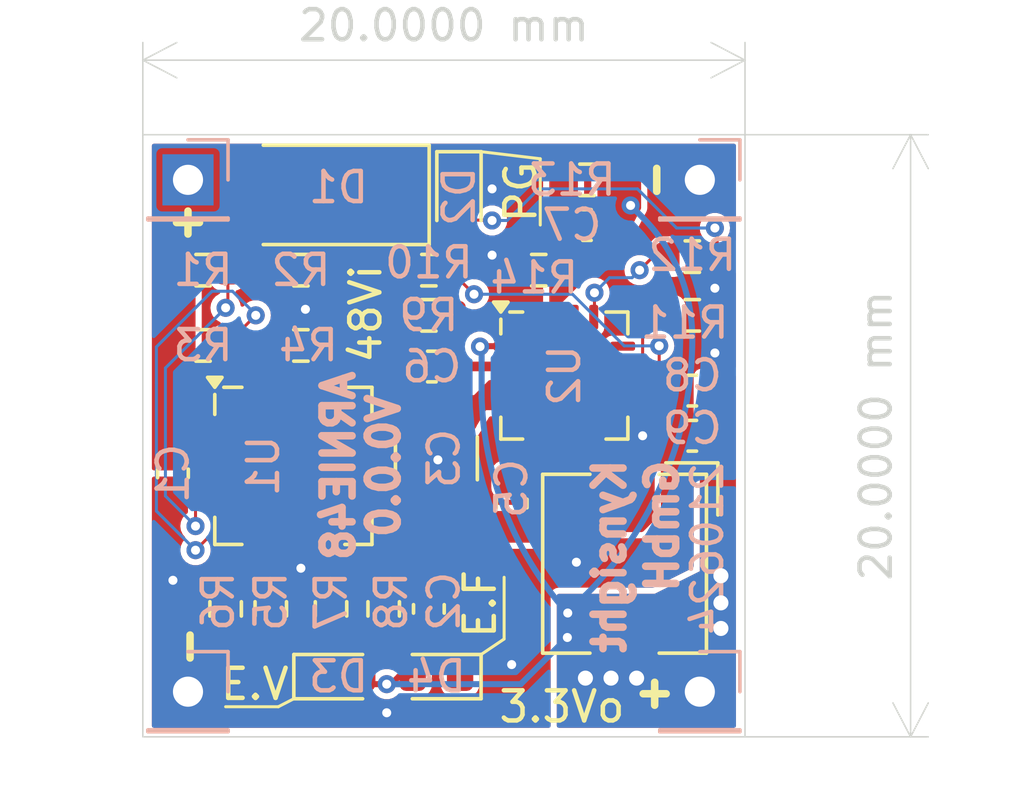
<source format=kicad_pcb>
(kicad_pcb
	(version 20240108)
	(generator "pcbnew")
	(generator_version "8.0")
	(general
		(thickness 1.6)
		(legacy_teardrops no)
	)
	(paper "A4")
	(layers
		(0 "F.Cu" signal)
		(31 "B.Cu" signal)
		(32 "B.Adhes" user "B.Adhesive")
		(33 "F.Adhes" user "F.Adhesive")
		(34 "B.Paste" user)
		(35 "F.Paste" user)
		(36 "B.SilkS" user "B.Silkscreen")
		(37 "F.SilkS" user "F.Silkscreen")
		(38 "B.Mask" user)
		(39 "F.Mask" user)
		(40 "Dwgs.User" user "User.Drawings")
		(41 "Cmts.User" user "User.Comments")
		(42 "Eco1.User" user "User.Eco1")
		(43 "Eco2.User" user "User.Eco2")
		(44 "Edge.Cuts" user)
		(45 "Margin" user)
		(46 "B.CrtYd" user "B.Courtyard")
		(47 "F.CrtYd" user "F.Courtyard")
		(48 "B.Fab" user)
		(49 "F.Fab" user)
		(50 "User.1" user)
		(51 "User.2" user)
		(52 "User.3" user)
		(53 "User.4" user)
		(54 "User.5" user)
		(55 "User.6" user)
		(56 "User.7" user)
		(57 "User.8" user)
		(58 "User.9" user)
	)
	(setup
		(stackup
			(layer "F.SilkS"
				(type "Top Silk Screen")
			)
			(layer "F.Paste"
				(type "Top Solder Paste")
			)
			(layer "F.Mask"
				(type "Top Solder Mask")
				(thickness 0.01)
			)
			(layer "F.Cu"
				(type "copper")
				(thickness 0.035)
			)
			(layer "dielectric 1"
				(type "core")
				(thickness 1.51)
				(material "FR4")
				(epsilon_r 4.5)
				(loss_tangent 0.02)
			)
			(layer "B.Cu"
				(type "copper")
				(thickness 0.035)
			)
			(layer "B.Mask"
				(type "Bottom Solder Mask")
				(thickness 0.01)
			)
			(layer "B.Paste"
				(type "Bottom Solder Paste")
			)
			(layer "B.SilkS"
				(type "Bottom Silk Screen")
			)
			(copper_finish "None")
			(dielectric_constraints no)
		)
		(pad_to_mask_clearance 0)
		(allow_soldermask_bridges_in_footprints no)
		(aux_axis_origin 75 125)
		(grid_origin 75 125)
		(pcbplotparams
			(layerselection 0x00010fc_ffffffff)
			(plot_on_all_layers_selection 0x0000000_00000000)
			(disableapertmacros no)
			(usegerberextensions no)
			(usegerberattributes yes)
			(usegerberadvancedattributes yes)
			(creategerberjobfile yes)
			(dashed_line_dash_ratio 12.000000)
			(dashed_line_gap_ratio 3.000000)
			(svgprecision 4)
			(plotframeref no)
			(viasonmask no)
			(mode 1)
			(useauxorigin no)
			(hpglpennumber 1)
			(hpglpenspeed 20)
			(hpglpendiameter 15.000000)
			(pdf_front_fp_property_popups yes)
			(pdf_back_fp_property_popups yes)
			(dxfpolygonmode yes)
			(dxfimperialunits yes)
			(dxfusepcbnewfont yes)
			(psnegative no)
			(psa4output no)
			(plotreference yes)
			(plotvalue yes)
			(plotfptext yes)
			(plotinvisibletext no)
			(sketchpadsonfab no)
			(subtractmaskfromsilk no)
			(outputformat 1)
			(mirror no)
			(drillshape 1)
			(scaleselection 1)
			(outputdirectory "")
		)
	)
	(net 0 "")
	(net 1 "GND")
	(net 2 "Vin")
	(net 3 "/ID_TSTART")
	(net 4 "VIN")
	(net 5 "unconnected-(U2-SS{slash}TR-Pad14)")
	(net 6 "/DCDC_SW")
	(net 7 "/DCDC_BST")
	(net 8 "/DCDC_VCC")
	(net 9 "Vout")
	(net 10 "/DCDC_FB")
	(net 11 "Net-(D2-A)")
	(net 12 "/ID_UVLO")
	(net 13 "/ID_OVLO")
	(net 14 "/ID_SETI")
	(net 15 "/ID_CLMODE")
	(net 16 "/ID_UVOV")
	(net 17 "/~{ID_FLAG}")
	(net 18 "/DCDC_UVLO")
	(net 19 "/DCDC_FS")
	(net 20 "Net-(U2-PG)")
	(net 21 "unconnected-(U1-N.C-Pad20)")
	(net 22 "unconnected-(U1-N.C-Pad19)")
	(net 23 "unconnected-(U1-EN-Pad9)")
	(net 24 "unconnected-(U1-N.C-Pad16)")
	(net 25 "unconnected-(U1-N.C-Pad18)")
	(net 26 "unconnected-(U1-N.C-Pad17)")
	(net 27 "unconnected-(U2-MSYNC-Pad12)")
	(net 28 "Net-(D3-K)")
	(net 29 "Net-(D4-K)")
	(footprint "Capacitor_SMD:C_0603_1608Metric" (layer "F.Cu") (at 89.75 108 180))
	(footprint "Resistor_SMD:R_0603_1608Metric" (layer "F.Cu") (at 93.25 109.05))
	(footprint "LED_SMD:LED_0603_1608Metric" (layer "F.Cu") (at 84.75 123 180))
	(footprint "Resistor_SMD:R_0603_1608Metric" (layer "F.Cu") (at 93.25 111))
	(footprint "Capacitor_SMD:C_0603_1608Metric" (layer "F.Cu") (at 93.25 113.5 180))
	(footprint "Resistor_SMD:R_0603_1608Metric" (layer "F.Cu") (at 84.5 111 180))
	(footprint "Package_DFN_QFN:TQFN-20-1EP_5x5mm_P0.65mm_EP3.25x3.25mm" (layer "F.Cu") (at 80 116))
	(footprint "Package_DFN_QFN:UQFN-16-1EP_4x4mm_P0.65mm_EP2.6x2.6mm" (layer "F.Cu") (at 89 113))
	(footprint "Resistor_SMD:R_0603_1608Metric" (layer "F.Cu") (at 88.15 109.5 180))
	(footprint "Inductor_SMD:L_Bourns_SRP5030T" (layer "F.Cu") (at 91 119.25 -90))
	(footprint "Resistor_SMD:R_0603_1608Metric" (layer "F.Cu") (at 83 120.75 90))
	(footprint "Resistor_SMD:R_0603_1608Metric" (layer "F.Cu") (at 89.75 106.5 180))
	(footprint "Resistor_SMD:R_0603_1608Metric" (layer "F.Cu") (at 77.75 120.75 -90))
	(footprint "Resistor_SMD:R_0603_1608Metric" (layer "F.Cu") (at 84.5 109.5 180))
	(footprint "Capacitor_SMD:C_0603_1608Metric" (layer "F.Cu") (at 84.6 112.7 180))
	(footprint "LED_SMD:LED_0603_1608Metric" (layer "F.Cu") (at 85.5 107.05 -90))
	(footprint "Capacitor_SMD:C_0603_1608Metric" (layer "F.Cu") (at 84.5 120.75 -90))
	(footprint "Resistor_SMD:R_0603_1608Metric" (layer "F.Cu") (at 77 109.5))
	(footprint "Resistor_SMD:R_0603_1608Metric" (layer "F.Cu") (at 77 112))
	(footprint "Resistor_SMD:R_0603_1608Metric" (layer "F.Cu") (at 81.25 120.75 90))
	(footprint "Resistor_SMD:R_0603_1608Metric" (layer "F.Cu") (at 80.25 109.5))
	(footprint "Diode_SMD:D_SMA" (layer "F.Cu") (at 81 107 180))
	(footprint "Resistor_SMD:R_0603_1608Metric" (layer "F.Cu") (at 79.25 120.75 -90))
	(footprint "Capacitor_SMD:C_0603_1608Metric" (layer "F.Cu") (at 93.25 115 180))
	(footprint "Capacitor_SMD:C_0603_1608Metric" (layer "F.Cu") (at 87.25 117.25 -90))
	(footprint "Resistor_SMD:R_0603_1608Metric" (layer "F.Cu") (at 80.25 112))
	(footprint "LED_SMD:LED_0603_1608Metric" (layer "F.Cu") (at 81.5 123))
	(footprint "Capacitor_SMD:C_1210_3225Metric" (layer "F.Cu") (at 84.75 115.75 -90))
	(footprint "Capacitor_SMD:C_0603_1608Metric" (layer "F.Cu") (at 76 116.25 -90))
	(footprint "Connector_PinHeader_2.54mm:PinHeader_1x01_P2.54mm_Vertical" (layer "B.Cu") (at 93.5 106.5 180))
	(footprint "Connector_PinHeader_2.54mm:PinHeader_1x01_P2.54mm_Vertical" (layer "B.Cu") (at 76.5 123.5 180))
	(footprint "Connector_PinHeader_2.54mm:PinHeader_1x01_P2.54mm_Vertical" (layer "B.Cu") (at 76.5 106.5 180))
	(footprint "Connector_PinHeader_2.54mm:PinHeader_1x01_P2.54mm_Vertical" (layer "B.Cu") (at 93.5 123.5 180))
	(gr_line
		(start 79.5 124)
		(end 77.75 124)
		(stroke
			(width 0.1)
			(type default)
		)
		(layer "F.SilkS")
		(uuid "1ffc8a26-b481-4d68-ba79-8008324556de")
	)
	(gr_line
		(start 88.2 108)
		(end 88.2 105.8)
		(stroke
			(width 0.1)
			(type default)
		)
		(layer "F.SilkS")
		(uuid "20e840bb-0880-47c3-9b44-82848da79e67")
	)
	(gr_line
		(start 80.015 123.735)
		(end 79.5 124)
		(stroke
			(width 0.1)
			(type default)
		)
		(layer "F.SilkS")
		(uuid "43f1b04e-75ae-4cd5-bc78-601335cda9d2")
	)
	(gr_line
		(start 87 121.75)
		(end 87 119.7)
		(stroke
			(width 0.1)
			(type default)
		)
		(layer "F.SilkS")
		(uuid "77a35708-07fc-469b-b5e7-b652ff21d6cf")
	)
	(gr_line
		(start 88.2 105.8)
		(end 86.235 105.565)
		(stroke
			(width 0.1)
			(type default)
		)
		(layer "F.SilkS")
		(uuid "a1df590e-f7ef-47f8-b164-1cc6e584c485")
	)
	(gr_line
		(start 86.235 122.265)
		(end 87 121.75)
		(stroke
			(width 0.1)
			(type default)
		)
		(layer "F.SilkS")
		(uuid "a7fc7691-b5c9-4c76-9e13-79f34e4234d0")
	)
	(gr_rect
		(start 75 105)
		(end 95 125)
		(stroke
			(width 0.05)
			(type default)
		)
		(fill none)
		(layer "Edge.Cuts")
		(uuid "099e7945-f33e-4823-b5e4-e580bd6bd1a7")
	)
	(gr_rect
		(start 76.5 106.5)
		(end 93.5 123.5)
		(locked yes)
		(stroke
			(width 0.1)
			(type default)
		)
		(fill none)
		(layer "User.3")
		(uuid "5d0b8de2-32bc-4d19-89ea-90371bc9294e")
	)
	(gr_text "Kynsight"
		(at 90.5 119 90)
		(layer "B.SilkS")
		(uuid "3640b09d-a2f7-432a-bb08-d878915e4c62")
		(effects
			(font
				(size 1 1)
				(thickness 0.25)
				(bold yes)
			)
			(justify mirror)
		)
	)
	(gr_text "210624"
		(at 93.75 118.75 90)
		(layer "B.SilkS")
		(uuid "675db905-f95d-4abc-9440-d7a158495bbf")
		(effects
			(font
				(size 1 1)
				(thickness 0.15)
			)
			(justify mirror)
		)
	)
	(gr_text "V0.0.0"
		(at 83 116 90)
		(layer "B.SilkS")
		(uuid "a377821a-b9ee-4577-8ff7-8bb69478087a")
		(effects
			(font
				(size 1 1)
				(thickness 0.25)
				(bold yes)
			)
			(justify mirror)
		)
	)
	(gr_text "ARNIE48"
		(at 81.5 116 90)
		(layer "B.SilkS")
		(uuid "dfa8ef8d-673e-4469-836b-0308dc43ffe4")
		(effects
			(font
				(size 1 1)
				(thickness 0.25)
				(bold yes)
			)
			(justify mirror)
		)
	)
	(gr_text "GmbH"
		(at 92.25 118 90)
		(layer "B.SilkS")
		(uuid "edbec254-ad0b-4a8f-980b-5b950a263e5d")
		(effects
			(font
				(size 1 1)
				(thickness 0.25)
				(bold yes)
			)
			(justify mirror)
		)
	)
	(gr_text "3.3Vo"
		(at 86.75 124 0)
		(layer "F.SilkS")
		(uuid "27a32a63-9232-4aa5-b9d9-f87e6ea6dcd0")
		(effects
			(font
				(size 1 1)
				(thickness 0.15)
			)
			(justify left)
		)
	)
	(gr_text "+"
		(at 92 123.5 0)
		(layer "F.SilkS")
		(uuid "29d2f931-93a2-4821-8553-2cbab8f99c98")
		(effects
			(font
				(size 1 1)
				(thickness 0.25)
				(bold yes)
			)
		)
	)
	(gr_text "+"
		(at 76.5 107.85 0)
		(layer "F.SilkS")
		(uuid "309da01f-de57-49a3-a9e5-2d7b998e6eb2")
		(effects
			(font
				(size 1 1)
				(thickness 0.25)
				(bold yes)
			)
		)
	)
	(gr_text "-"
		(at 92 106.5 90)
		(layer "F.SilkS")
		(uuid "416c1924-0481-4aec-b440-a995ec6289de")
		(effects
			(font
				(size 1 1)
				(thickness 0.25)
				(bold yes)
			)
		)
	)
	(gr_text "PG"
		(at 87.55 106.9 90)
		(layer "F.SilkS")
		(uuid "58439f57-a364-4e00-b636-01cbd40821c0")
		(effects
			(font
				(size 1 1)
				(thickness 0.15)
				(bold yes)
			)
		)
	)
	(gr_text "-"
		(at 76.5 122 90)
		(layer "F.SilkS")
		(uuid "76d7368c-a9a1-47c2-8ba3-d00b9c8e644a")
		(effects
			(font
				(size 1 1)
				(thickness 0.25)
				(bold yes)
			)
		)
	)
	(gr_text "E.V"
		(at 77.5 123.25 0)
		(layer "F.SilkS")
		(uuid "b76d07a2-988a-4799-ba41-e429b4b0ad6e")
		(effects
			(font
				(size 1 1)
				(thickness 0.15)
			)
			(justify left)
		)
	)
	(gr_text "48Vi"
		(at 82.4 110.95 90)
		(layer "F.SilkS")
		(uuid "d1305f8e-eeeb-49e1-9c29-3a996914bac4")
		(effects
			(font
				(size 1 1)
				(thickness 0.15)
			)
		)
	)
	(gr_text "E.F"
		(at 86.2 121.8 90)
		(layer "F.SilkS")
		(uuid "e9ff1c4d-c4c3-49ba-9c8b-27540d7ca3dc")
		(effects
			(font
				(size 1 1)
				(thickness 0.15)
			)
			(justify left)
		)
	)
	(dimension
		(type aligned)
		(layer "Edge.Cuts")
		(uuid "6460fded-9754-4a4f-a2c3-bc4b43f8fdd5")
		(pts
			(xy 75 105.525) (xy 95 105.525)
		)
		(height -3)
		(gr_text "20.0000 mm"
			(at 85 101.375 0)
			(layer "Edge.Cuts")
			(uuid "6460fded-9754-4a4f-a2c3-bc4b43f8fdd5")
			(effects
				(font
					(size 1 1)
					(thickness 0.15)
				)
			)
		)
		(format
			(prefix "")
			(suffix "")
			(units 3)
			(units_format 1)
			(precision 4)
		)
		(style
			(thickness 0.05)
			(arrow_length 1.27)
			(text_position_mode 0)
			(extension_height 0.58642)
			(extension_offset 0.5) keep_text_aligned)
	)
	(dimension
		(type aligned)
		(layer "Edge.Cuts")
		(uuid "e2883ee8-90a9-4afb-b31f-4196137482bc")
		(pts
			(xy 94.5 105) (xy 94.5 125)
		)
		(height -6)
		(gr_text "20.0000 mm"
			(at 99.35 115 90)
			(layer "Edge.Cuts")
			(uuid "e2883ee8-90a9-4afb-b31f-4196137482bc")
			(effects
				(font
					(size 1 1)
					(thickness 0.15)
				)
			)
		)
		(format
			(prefix "")
			(suffix "")
			(units 3)
			(units_format 1)
			(precision 4)
		)
		(style
			(thickness 0.05)
			(arrow_length 1.27)
			(text_position_mode 0)
			(extension_height 0.58642)
			(extension_offset 0.5) keep_text_aligned)
	)
	(via
		(at 80.25 119.4)
		(size 0.6)
		(drill 0.3)
		(layers "F.Cu" "B.Cu")
		(free yes)
		(net 1)
		(uuid "187830c3-8aa4-4281-ac53-4d8a9c197f2e")
	)
	(via
		(at 94 110.1)
		(size 0.6)
		(drill 0.3)
		(layers "F.Cu" "B.Cu")
		(free yes)
		(net 1)
		(uuid "33aba129-0879-48f2-80fd-50d09b26d405")
	)
	(via
		(at 94 112.25)
		(size 0.6)
		(drill 0.3)
		(layers "F.Cu" "B.Cu")
		(free yes)
		(net 1)
		(uuid "3655bed8-7583-465c-a247-d36c5629200e")
	)
	(via
		(at 86.6 106.8)
		(size 0.6)
		(drill 0.3)
		(layers "F.Cu" "B.Cu")
		(free yes)
		(net 1)
		(uuid "3b8ccb46-3c4d-46f5-9508-352ce17d749a")
	)
	(via
		(at 89.4 119.2)
		(size 0.6)
		(drill 0.3)
		(layers "F.Cu" "B.Cu")
		(free yes)
		(net 1)
		(uuid "5a9fffed-bd3e-402d-af84-23cc99a72fda")
	)
	(via
		(at 87.25 122.6)
		(size 0.6)
		(drill 0.3)
		(layers "F.Cu" "B.Cu")
		(free yes)
		(net 1)
		(uuid "5af65f6f-a167-4e53-af25-98155f52d3c3")
	)
	(via
		(at 83.1 124.2)
		(size 0.6)
		(drill 0.3)
		(layers "F.Cu" "B.Cu")
		(free yes)
		(net 1)
		(uuid "612c842f-0c13-4455-8871-f983f371b98c")
	)
	(via
		(at 91.6 115)
		(size 0.6)
		(drill 0.3)
		(layers "F.Cu" "B.Cu")
		(free yes)
		(net 1)
		(uuid "75fee02f-1a1e-45ac-a2b0-4c2bc2d52091")
	)
	(via
		(at 86.6 109)
		(size 0.6)
		(drill 0.3)
		(layers "F.Cu" "B.Cu")
		(free yes)
		(net 1)
		(uuid "abc067ea-8341-45e6-93a9-c36c6c0ee48e")
	)
	(via
		(at 80.4 110.8)
		(size 0.6)
		(drill 0.3)
		(layers "F.Cu" "B.Cu")
		(free yes)
		(net 1)
		(uuid "d52c5979-6fd3-42a4-a740-1f5b76c7b608")
	)
	(via
		(at 76 119.8)
		(size 0.6)
		(drill 0.3)
		(layers "F.Cu" "B.Cu")
		(free yes)
		(net 1)
		(uuid "dcce775a-3f63-4a5d-a671-8ce86af9d654")
	)
	(via
		(at 84.8 115.8)
		(size 0.6)
		(drill 0.3)
		(layers "F.Cu" "B.Cu")
		(free yes)
		(net 1)
		(uuid "fc18ec8d-e05a-40f4-a3e9-ab7d50478869")
	)
	(segment
		(start 83.1 116.900001)
		(end 83.1 118.575)
		(width 0.1)
		(layer "F.Cu")
		(net 3)
		(uuid "06735243-15cf-4936-bfa7-ef6eb0315351")
	)
	(segment
		(start 82.849999 116.65)
		(end 83.1 116.900001)
		(width 0.1)
		(layer "F.Cu")
		(net 3)
		(uuid "a140a443-8d81-43fa-adb3-a0739e862fc5")
	)
	(segment
		(start 82.4375 116.65)
		(end 82.849999 116.65)
		(width 0.1)
		(layer "F.Cu")
		(net 3)
		(uuid "dc2b7cfb-56c8-48b0-a3c4-3edde02b91be")
	)
	(segment
		(start 83.1 118.575)
		(end 84.5 119.975)
		(width 0.1)
		(layer "F.Cu")
		(net 3)
		(uuid "fa020723-d114-43ce-9171-2da076a26dbd")
	)
	(segment
		(start 84.075 111)
		(end 84.6 111.525)
		(width 0.1)
		(layer "F.Cu")
		(net
... [99381 chars truncated]
</source>
